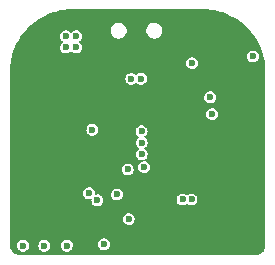
<source format=gbr>
%TF.GenerationSoftware,KiCad,Pcbnew,(6.0.9-0)*%
%TF.CreationDate,2023-01-04T12:54:03-08:00*%
%TF.ProjectId,TMC2300-BOB v1.0,544d4332-3330-4302-9d42-4f422076312e,rev?*%
%TF.SameCoordinates,Original*%
%TF.FileFunction,Copper,L2,Inr*%
%TF.FilePolarity,Positive*%
%FSLAX46Y46*%
G04 Gerber Fmt 4.6, Leading zero omitted, Abs format (unit mm)*
G04 Created by KiCad (PCBNEW (6.0.9-0)) date 2023-01-04 12:54:03*
%MOMM*%
%LPD*%
G01*
G04 APERTURE LIST*
%TA.AperFunction,ComponentPad*%
%ADD10C,0.500000*%
%TD*%
%TA.AperFunction,ViaPad*%
%ADD11C,0.600000*%
%TD*%
G04 APERTURE END LIST*
D10*
%TO.N,GND*%
%TO.C,IC1*%
X11155000Y4305000D03*
X12305000Y4305000D03*
X11155000Y5455000D03*
X12305000Y5455000D03*
%TD*%
%TO.N,GND*%
%TO.C,U2*%
X12810400Y12735800D03*
X13910400Y12735800D03*
X13910400Y14035800D03*
X12810400Y14035800D03*
%TD*%
D11*
%TO.N,GND*%
X21200000Y15450000D03*
X11600000Y17500000D03*
X17119600Y7340600D03*
X6883400Y939800D03*
X17043400Y2311400D03*
X1041400Y15214600D03*
X7300000Y16800000D03*
X1041400Y16383000D03*
X16600000Y17900000D03*
%TO.N,/+Vbat*%
X4927600Y18719800D03*
X5791200Y18719800D03*
X11340000Y8750000D03*
X10464800Y15113000D03*
X11340000Y9710000D03*
X3100000Y1000000D03*
X5000000Y1000000D03*
X15559800Y4917800D03*
X11328400Y10693400D03*
X11277600Y15138400D03*
X14797800Y4917800D03*
X4927600Y17780000D03*
X5791200Y17780000D03*
X1300000Y1000000D03*
%TO.N,/VIO\u005C~{STDBY}*%
X6883400Y5435600D03*
X10236200Y3251200D03*
X7162800Y10820400D03*
%TO.N,/EN*%
X9245600Y5334000D03*
%TO.N,/UART_RX*%
X7594600Y4836100D03*
%TO.N,/DIR*%
X11543911Y7653911D03*
%TO.N,/STEP*%
X10150000Y7450000D03*
%TO.N,/UART_TX*%
X8147178Y1130142D03*
%TO.N,/SW2*%
X15595600Y16459200D03*
%TO.N,/SW1*%
X20751800Y17018000D03*
%TO.N,/DIM*%
X17297400Y12141200D03*
%TO.N,/LSR*%
X17145000Y13563600D03*
%TD*%
%TA.AperFunction,Conductor*%
%TO.N,GND*%
G36*
X16895111Y21007410D02*
G01*
X16899129Y21007110D01*
X17234191Y20968059D01*
X17332040Y20956655D01*
X17336039Y20956020D01*
X17547302Y20913481D01*
X17763294Y20869990D01*
X17767213Y20869031D01*
X18028055Y20793638D01*
X18185900Y20748014D01*
X18189741Y20746730D01*
X18597011Y20591550D01*
X18600730Y20589954D01*
X18993794Y20401670D01*
X18997358Y20399778D01*
X19041100Y20374185D01*
X19373531Y20179679D01*
X19376939Y20177491D01*
X19733644Y19927086D01*
X19736860Y19924624D01*
X20071674Y19645613D01*
X20074675Y19642894D01*
X20385298Y19337193D01*
X20388065Y19334235D01*
X20486487Y19219893D01*
X20568412Y19124716D01*
X20672385Y19003924D01*
X20674896Y19000751D01*
X20679615Y18994252D01*
X20930968Y18648089D01*
X20933210Y18644717D01*
X20991392Y18548826D01*
X21159293Y18272101D01*
X21161240Y18268570D01*
X21175983Y18239015D01*
X21355779Y17878559D01*
X21357435Y17874864D01*
X21516072Y17477710D01*
X21519095Y17470141D01*
X21520438Y17466329D01*
X21631318Y17104482D01*
X21648132Y17049612D01*
X21649157Y17045694D01*
X21740019Y16628955D01*
X21741996Y16619886D01*
X21742694Y16615902D01*
X21795442Y16218619D01*
X21796913Y16207536D01*
X21796891Y16194476D01*
X21795156Y16181738D01*
X21796856Y16176489D01*
X21797116Y16175686D01*
X21799500Y16160589D01*
X21799500Y1028343D01*
X21798254Y1017363D01*
X21794344Y1000359D01*
X21795562Y994976D01*
X21796212Y992102D01*
X21797184Y976486D01*
X21784611Y848828D01*
X21782737Y839407D01*
X21740043Y698664D01*
X21736367Y689790D01*
X21667035Y560079D01*
X21661700Y552093D01*
X21619600Y500794D01*
X21568394Y438399D01*
X21561601Y431606D01*
X21447908Y338301D01*
X21439921Y332965D01*
X21310210Y263633D01*
X21301336Y259957D01*
X21160593Y217263D01*
X21151172Y215389D01*
X21023922Y202856D01*
X21008140Y203867D01*
X21006580Y204226D01*
X21005735Y204420D01*
X21005734Y204420D01*
X21000359Y205656D01*
X20982910Y201708D01*
X20972098Y200500D01*
X1028343Y200500D01*
X1017362Y201746D01*
X1005735Y204420D01*
X1005734Y204420D01*
X1000359Y205656D01*
X994976Y204438D01*
X992102Y203788D01*
X976486Y202816D01*
X848828Y215389D01*
X839407Y217263D01*
X698664Y259957D01*
X689790Y263633D01*
X560079Y332965D01*
X552092Y338301D01*
X438399Y431606D01*
X431606Y438399D01*
X380400Y500794D01*
X338300Y552093D01*
X332965Y560079D01*
X263633Y689790D01*
X259957Y698664D01*
X217263Y839407D01*
X215389Y848828D01*
X202877Y975868D01*
X203906Y991733D01*
X205028Y996575D01*
X205028Y996579D01*
X205655Y999282D01*
X205656Y1000000D01*
X204247Y1006177D01*
X794391Y1006177D01*
X794843Y1002720D01*
X794843Y1002717D01*
X798354Y975868D01*
X812980Y864021D01*
X870720Y732797D01*
X872966Y730125D01*
X956343Y630936D01*
X962970Y623052D01*
X1082313Y543610D01*
X1219157Y500858D01*
X1222647Y500794D01*
X1242558Y500429D01*
X1362499Y498230D01*
X1500817Y535940D01*
X1503788Y537764D01*
X1503790Y537765D01*
X1620018Y609129D01*
X1620021Y609131D01*
X1622991Y610955D01*
X1632188Y621115D01*
X1716855Y714655D01*
X1716856Y714656D01*
X1719200Y717246D01*
X1726735Y732797D01*
X1780189Y843128D01*
X1781710Y846267D01*
X1782428Y850531D01*
X1805183Y985784D01*
X1805183Y985787D01*
X1805496Y987646D01*
X1805647Y1000000D01*
X1804762Y1006177D01*
X2594391Y1006177D01*
X2594843Y1002720D01*
X2594843Y1002717D01*
X2598354Y975868D01*
X2612980Y864021D01*
X2670720Y732797D01*
X2672966Y730125D01*
X2756343Y630936D01*
X2762970Y623052D01*
X2882313Y543610D01*
X3019157Y500858D01*
X3022647Y500794D01*
X3042558Y500429D01*
X3162499Y498230D01*
X3300817Y535940D01*
X3303788Y537764D01*
X3303790Y537765D01*
X3420018Y609129D01*
X3420021Y609131D01*
X3422991Y610955D01*
X3432188Y621115D01*
X3516855Y714655D01*
X3516856Y714656D01*
X3519200Y717246D01*
X3526735Y732797D01*
X3580189Y843128D01*
X3581710Y846267D01*
X3582428Y850531D01*
X3605183Y985784D01*
X3605183Y985787D01*
X3605496Y987646D01*
X3605647Y1000000D01*
X3604762Y1006177D01*
X4494391Y1006177D01*
X4494843Y1002720D01*
X4494843Y1002717D01*
X4498354Y975868D01*
X4512980Y864021D01*
X4570720Y732797D01*
X4572966Y730125D01*
X4656343Y630936D01*
X4662970Y623052D01*
X4782313Y543610D01*
X4919157Y500858D01*
X4922647Y500794D01*
X4942558Y500429D01*
X5062499Y498230D01*
X5200817Y535940D01*
X5203788Y537764D01*
X5203790Y537765D01*
X5320018Y609129D01*
X5320021Y609131D01*
X5322991Y610955D01*
X5332188Y621115D01*
X5416855Y714655D01*
X5416856Y714656D01*
X5419200Y717246D01*
X5426735Y732797D01*
X5480189Y843128D01*
X5481710Y846267D01*
X5482428Y850531D01*
X5505183Y985784D01*
X5505183Y985787D01*
X5505496Y987646D01*
X5505647Y1000000D01*
X5486125Y1136319D01*
X7641569Y1136319D01*
X7642021Y1132862D01*
X7642021Y1132859D01*
X7659643Y998098D01*
X7660158Y994163D01*
X7717898Y862939D01*
X7810148Y753194D01*
X7929491Y673752D01*
X8066335Y631000D01*
X8069825Y630936D01*
X8089736Y630571D01*
X8209677Y628372D01*
X8347995Y666082D01*
X8350966Y667906D01*
X8350968Y667907D01*
X8467196Y739271D01*
X8467199Y739273D01*
X8470169Y741097D01*
X8479366Y751257D01*
X8564033Y844797D01*
X8564034Y844798D01*
X8566378Y847388D01*
X8573913Y862939D01*
X8627367Y973270D01*
X8628888Y976409D01*
X8630147Y983888D01*
X8652361Y1115926D01*
X8652361Y1115929D01*
X8652674Y1117788D01*
X8652825Y1130142D01*
X8632501Y1272060D01*
X8573162Y1402570D01*
X8566439Y1410373D01*
X8481858Y1508533D01*
X8479578Y1511179D01*
X8359273Y1589157D01*
X8221917Y1630235D01*
X8150859Y1630669D01*
X8082046Y1631090D01*
X8082044Y1631090D01*
X8078554Y1631111D01*
X8075199Y1630152D01*
X8075198Y1630152D01*
X7944062Y1592673D01*
X7940707Y1591714D01*
X7819458Y1515212D01*
X7724555Y1407754D01*
X7723072Y1404596D01*
X7723071Y1404594D01*
X7712011Y1381037D01*
X7663625Y1277979D01*
X7654400Y1218727D01*
X7642105Y1139765D01*
X7642105Y1139761D01*
X7641569Y1136319D01*
X5486125Y1136319D01*
X5485323Y1141918D01*
X5425984Y1272428D01*
X5419261Y1280231D01*
X5334680Y1378391D01*
X5332400Y1381037D01*
X5212095Y1459015D01*
X5074739Y1500093D01*
X5003681Y1500527D01*
X4934868Y1500948D01*
X4934866Y1500948D01*
X4931376Y1500969D01*
X4928021Y1500010D01*
X4928020Y1500010D01*
X4796884Y1462531D01*
X4793529Y1461572D01*
X4672280Y1385070D01*
X4577377Y1277612D01*
X4516447Y1147837D01*
X4511479Y1115926D01*
X4494927Y1009623D01*
X4494927Y1009619D01*
X4494391Y1006177D01*
X3604762Y1006177D01*
X3585323Y1141918D01*
X3525984Y1272428D01*
X3519261Y1280231D01*
X3434680Y1378391D01*
X3432400Y1381037D01*
X3312095Y1459015D01*
X3174739Y1500093D01*
X3103681Y1500527D01*
X3034868Y1500948D01*
X3034866Y1500948D01*
X3031376Y1500969D01*
X3028021Y1500010D01*
X3028020Y1500010D01*
X2896884Y1462531D01*
X2893529Y1461572D01*
X2772280Y1385070D01*
X2677377Y1277612D01*
X2616447Y1147837D01*
X2611479Y1115926D01*
X2594927Y1009623D01*
X2594927Y1009619D01*
X2594391Y1006177D01*
X1804762Y1006177D01*
X1785323Y1141918D01*
X1725984Y1272428D01*
X1719261Y1280231D01*
X1634680Y1378391D01*
X1632400Y1381037D01*
X1512095Y1459015D01*
X1374739Y1500093D01*
X1303681Y1500527D01*
X1234868Y1500948D01*
X1234866Y1500948D01*
X1231376Y1500969D01*
X1228021Y1500010D01*
X1228020Y1500010D01*
X1096884Y1462531D01*
X1093529Y1461572D01*
X972280Y1385070D01*
X877377Y1277612D01*
X816447Y1147837D01*
X811479Y1115926D01*
X794927Y1009623D01*
X794927Y1009619D01*
X794391Y1006177D01*
X204247Y1006177D01*
X201727Y1017224D01*
X200500Y1028122D01*
X200500Y3257377D01*
X9730591Y3257377D01*
X9731043Y3253920D01*
X9731043Y3253917D01*
X9748727Y3118683D01*
X9749180Y3115221D01*
X9806920Y2983997D01*
X9899170Y2874252D01*
X10018513Y2794810D01*
X10155357Y2752058D01*
X10158847Y2751994D01*
X10178758Y2751629D01*
X10298699Y2749430D01*
X10437017Y2787140D01*
X10439988Y2788964D01*
X10439990Y2788965D01*
X10556218Y2860329D01*
X10556221Y2860331D01*
X10559191Y2862155D01*
X10568388Y2872315D01*
X10653055Y2965855D01*
X10653056Y2965856D01*
X10655400Y2968446D01*
X10662935Y2983997D01*
X10716389Y3094328D01*
X10717910Y3097467D01*
X10720360Y3112026D01*
X10741383Y3236984D01*
X10741383Y3236987D01*
X10741696Y3238846D01*
X10741847Y3251200D01*
X10721523Y3393118D01*
X10662184Y3523628D01*
X10655461Y3531431D01*
X10570880Y3629591D01*
X10568600Y3632237D01*
X10448295Y3710215D01*
X10310939Y3751293D01*
X10239881Y3751727D01*
X10171068Y3752148D01*
X10171066Y3752148D01*
X10167576Y3752169D01*
X10164221Y3751210D01*
X10164220Y3751210D01*
X10033084Y3713731D01*
X10029729Y3712772D01*
X9908480Y3636270D01*
X9813577Y3528812D01*
X9752647Y3399037D01*
X9743422Y3339785D01*
X9731127Y3260823D01*
X9731127Y3260819D01*
X9730591Y3257377D01*
X200500Y3257377D01*
X200500Y5441777D01*
X6377791Y5441777D01*
X6378243Y5438320D01*
X6378243Y5438317D01*
X6395927Y5303083D01*
X6396380Y5299621D01*
X6454120Y5168397D01*
X6456366Y5165725D01*
X6542803Y5062896D01*
X6546370Y5058652D01*
X6665713Y4979210D01*
X6802557Y4936458D01*
X6806047Y4936394D01*
X6825958Y4936029D01*
X6945899Y4933830D01*
X7037285Y4958745D01*
X7074487Y4954012D01*
X7097448Y4924359D01*
X7098590Y4903932D01*
X7089527Y4845723D01*
X7089527Y4845719D01*
X7088991Y4842277D01*
X7089443Y4838820D01*
X7089443Y4838817D01*
X7107127Y4703583D01*
X7107580Y4700121D01*
X7165320Y4568897D01*
X7167566Y4566225D01*
X7254045Y4463346D01*
X7257570Y4459152D01*
X7376913Y4379710D01*
X7513757Y4336958D01*
X7517247Y4336894D01*
X7537158Y4336529D01*
X7657099Y4334330D01*
X7795417Y4372040D01*
X7798388Y4373864D01*
X7798390Y4373865D01*
X7914618Y4445229D01*
X7914621Y4445231D01*
X7917591Y4447055D01*
X7926788Y4457215D01*
X8011455Y4550755D01*
X8011456Y4550756D01*
X8013800Y4553346D01*
X8021335Y4568897D01*
X8074789Y4679228D01*
X8076310Y4682367D01*
X8078760Y4696926D01*
X8099783Y4821884D01*
X8099783Y4821887D01*
X8100096Y4823746D01*
X8100200Y4832230D01*
X8100224Y4834198D01*
X8100224Y4834201D01*
X8100247Y4836100D01*
X8079923Y4978018D01*
X8020584Y5108528D01*
X7966244Y5171593D01*
X7929280Y5214491D01*
X7927000Y5217137D01*
X7806695Y5295115D01*
X7669339Y5336193D01*
X7598281Y5336627D01*
X7529468Y5337048D01*
X7529466Y5337048D01*
X7525976Y5337069D01*
X7522621Y5336110D01*
X7522620Y5336110D01*
X7441411Y5312900D01*
X7404153Y5317178D01*
X7385891Y5340177D01*
X8739991Y5340177D01*
X8740443Y5336720D01*
X8740443Y5336717D01*
X8752765Y5242488D01*
X8758580Y5198021D01*
X8816320Y5066797D01*
X8818566Y5064125D01*
X8896392Y4971540D01*
X8908570Y4957052D01*
X9027913Y4877610D01*
X9164757Y4834858D01*
X9168247Y4834794D01*
X9188158Y4834429D01*
X9308099Y4832230D01*
X9446417Y4869940D01*
X9449388Y4871764D01*
X9449390Y4871765D01*
X9534426Y4923977D01*
X14292191Y4923977D01*
X14292643Y4920520D01*
X14292643Y4920517D01*
X14305541Y4821884D01*
X14310780Y4781821D01*
X14368520Y4650597D01*
X14370766Y4647925D01*
X14452446Y4550755D01*
X14460770Y4540852D01*
X14580113Y4461410D01*
X14583445Y4460369D01*
X14593541Y4457215D01*
X14716957Y4418658D01*
X14720447Y4418594D01*
X14740358Y4418229D01*
X14860299Y4416030D01*
X14998617Y4453740D01*
X15001588Y4455564D01*
X15001590Y4455565D01*
X15117817Y4526929D01*
X15120791Y4528755D01*
X15129988Y4538915D01*
X15141245Y4551352D01*
X15175137Y4567408D01*
X15210456Y4554797D01*
X15215082Y4549998D01*
X15222770Y4540852D01*
X15342113Y4461410D01*
X15345445Y4460369D01*
X15355541Y4457215D01*
X15478957Y4418658D01*
X15482447Y4418594D01*
X15502358Y4418229D01*
X15622299Y4416030D01*
X15760617Y4453740D01*
X15763588Y4455564D01*
X15763590Y4455565D01*
X15879818Y4526929D01*
X15879821Y4526931D01*
X15882791Y4528755D01*
X15891988Y4538915D01*
X15976655Y4632455D01*
X15976656Y4632456D01*
X15979000Y4635046D01*
X15986535Y4650597D01*
X16039989Y4760928D01*
X16041510Y4764067D01*
X16043960Y4778626D01*
X16064983Y4903584D01*
X16064983Y4903587D01*
X16065296Y4905446D01*
X16065447Y4917800D01*
X16045123Y5059718D01*
X15985784Y5190228D01*
X15979061Y5198031D01*
X15894480Y5296191D01*
X15892200Y5298837D01*
X15771895Y5376815D01*
X15634539Y5417893D01*
X15563481Y5418327D01*
X15494668Y5418748D01*
X15494666Y5418748D01*
X15491176Y5418769D01*
X15487821Y5417810D01*
X15487820Y5417810D01*
X15356684Y5380331D01*
X15353329Y5379372D01*
X15232080Y5302870D01*
X15215935Y5284589D01*
X15182244Y5268120D01*
X15146773Y5280298D01*
X15142089Y5285040D01*
X15132481Y5296190D01*
X15132480Y5296191D01*
X15130200Y5298837D01*
X15009895Y5376815D01*
X14872539Y5417893D01*
X14801481Y5418327D01*
X14732668Y5418748D01*
X14732666Y5418748D01*
X14729176Y5418769D01*
X14725821Y5417810D01*
X14725820Y5417810D01*
X14594684Y5380331D01*
X14591329Y5379372D01*
X14470080Y5302870D01*
X14375177Y5195412D01*
X14373694Y5192254D01*
X14373693Y5192252D01*
X14363994Y5171593D01*
X14314247Y5065637D01*
X14311603Y5048655D01*
X14292727Y4927423D01*
X14292727Y4927419D01*
X14292191Y4923977D01*
X9534426Y4923977D01*
X9565618Y4943129D01*
X9565621Y4943131D01*
X9568591Y4944955D01*
X9577788Y4955115D01*
X9662455Y5048655D01*
X9662456Y5048656D01*
X9664800Y5051246D01*
X9670445Y5062896D01*
X9725789Y5177128D01*
X9727310Y5180267D01*
X9728452Y5187051D01*
X9750783Y5319784D01*
X9750783Y5319787D01*
X9751096Y5321646D01*
X9751247Y5334000D01*
X9730923Y5475918D01*
X9671584Y5606428D01*
X9664861Y5614231D01*
X9580280Y5712391D01*
X9578000Y5715037D01*
X9457695Y5793015D01*
X9320339Y5834093D01*
X9249281Y5834527D01*
X9180468Y5834948D01*
X9180466Y5834948D01*
X9176976Y5834969D01*
X9173621Y5834010D01*
X9173620Y5834010D01*
X9042484Y5796531D01*
X9039129Y5795572D01*
X8917880Y5719070D01*
X8822977Y5611612D01*
X8821494Y5608454D01*
X8821493Y5608452D01*
X8786687Y5534317D01*
X8762047Y5481837D01*
X8756346Y5445223D01*
X8740527Y5343623D01*
X8740527Y5343619D01*
X8739991Y5340177D01*
X7385891Y5340177D01*
X7380832Y5346549D01*
X7379625Y5368144D01*
X7380765Y5374915D01*
X7388896Y5423246D01*
X7389047Y5435600D01*
X7368723Y5577518D01*
X7309384Y5708028D01*
X7302661Y5715831D01*
X7218080Y5813991D01*
X7215800Y5816637D01*
X7095495Y5894615D01*
X6958139Y5935693D01*
X6887081Y5936127D01*
X6818268Y5936548D01*
X6818266Y5936548D01*
X6814776Y5936569D01*
X6811421Y5935610D01*
X6811420Y5935610D01*
X6680284Y5898131D01*
X6676929Y5897172D01*
X6555680Y5820670D01*
X6460777Y5713212D01*
X6399847Y5583437D01*
X6390622Y5524185D01*
X6378327Y5445223D01*
X6378327Y5445219D01*
X6377791Y5441777D01*
X200500Y5441777D01*
X200500Y7456177D01*
X9644391Y7456177D01*
X9644843Y7452720D01*
X9644843Y7452717D01*
X9655847Y7368566D01*
X9662980Y7314021D01*
X9720720Y7182797D01*
X9812970Y7073052D01*
X9932313Y6993610D01*
X10069157Y6950858D01*
X10072647Y6950794D01*
X10092558Y6950429D01*
X10212499Y6948230D01*
X10350817Y6985940D01*
X10353788Y6987764D01*
X10353790Y6987765D01*
X10470018Y7059129D01*
X10470021Y7059131D01*
X10472991Y7060955D01*
X10482188Y7071115D01*
X10566855Y7164655D01*
X10566856Y7164656D01*
X10569200Y7167246D01*
X10576735Y7182797D01*
X10630189Y7293128D01*
X10631710Y7296267D01*
X10634160Y7310826D01*
X10655183Y7435784D01*
X10655183Y7435787D01*
X10655496Y7437646D01*
X10655647Y7450000D01*
X10635323Y7591918D01*
X10604328Y7660088D01*
X11038302Y7660088D01*
X11038754Y7656631D01*
X11038754Y7656628D01*
X11047216Y7591918D01*
X11056891Y7517932D01*
X11114631Y7386708D01*
X11116877Y7384036D01*
X11187764Y7299706D01*
X11206881Y7276963D01*
X11326224Y7197521D01*
X11463068Y7154769D01*
X11466558Y7154705D01*
X11486469Y7154340D01*
X11606410Y7152141D01*
X11744728Y7189851D01*
X11747699Y7191675D01*
X11747701Y7191676D01*
X11863929Y7263040D01*
X11863932Y7263042D01*
X11866902Y7264866D01*
X11876099Y7275026D01*
X11960766Y7368566D01*
X11960767Y7368567D01*
X11963111Y7371157D01*
X11970646Y7386708D01*
X12024100Y7497039D01*
X12025621Y7500178D01*
X12028071Y7514737D01*
X12049094Y7639695D01*
X12049094Y7639698D01*
X12049407Y7641557D01*
X12049558Y7653911D01*
X12029234Y7795829D01*
X11969895Y7926339D01*
X11963172Y7934142D01*
X11878591Y8032302D01*
X11876311Y8034948D01*
X11756006Y8112926D01*
X11618650Y8154004D01*
X11547592Y8154438D01*
X11478779Y8154859D01*
X11478777Y8154859D01*
X11475287Y8154880D01*
X11471932Y8153921D01*
X11471931Y8153921D01*
X11340795Y8116442D01*
X11337440Y8115483D01*
X11216191Y8038981D01*
X11121288Y7931523D01*
X11119805Y7928365D01*
X11119804Y7928363D01*
X11110720Y7909015D01*
X11060358Y7801748D01*
X11051133Y7742496D01*
X11038838Y7663534D01*
X11038838Y7663530D01*
X11038302Y7660088D01*
X10604328Y7660088D01*
X10575984Y7722428D01*
X10569261Y7730231D01*
X10484680Y7828391D01*
X10482400Y7831037D01*
X10362095Y7909015D01*
X10224739Y7950093D01*
X10153681Y7950527D01*
X10084868Y7950948D01*
X10084866Y7950948D01*
X10081376Y7950969D01*
X10078021Y7950010D01*
X10078020Y7950010D01*
X9984081Y7923162D01*
X9943529Y7911572D01*
X9822280Y7835070D01*
X9727377Y7727612D01*
X9666447Y7597837D01*
X9657222Y7538585D01*
X9644927Y7459623D01*
X9644927Y7459619D01*
X9644391Y7456177D01*
X200500Y7456177D01*
X200500Y10826577D01*
X6657191Y10826577D01*
X6657643Y10823120D01*
X6657643Y10823117D01*
X6675327Y10687883D01*
X6675780Y10684421D01*
X6733520Y10553197D01*
X6825770Y10443452D01*
X6945113Y10364010D01*
X7081957Y10321258D01*
X7085447Y10321194D01*
X7105358Y10320829D01*
X7225299Y10318630D01*
X7363617Y10356340D01*
X7366588Y10358164D01*
X7366590Y10358165D01*
X7482818Y10429529D01*
X7482821Y10429531D01*
X7485791Y10431355D01*
X7494988Y10441515D01*
X7579655Y10535055D01*
X7579656Y10535056D01*
X7582000Y10537646D01*
X7584646Y10543106D01*
X7642989Y10663528D01*
X7644510Y10666667D01*
X7646930Y10681046D01*
X7650048Y10699577D01*
X10822791Y10699577D01*
X10823243Y10696120D01*
X10823243Y10696117D01*
X10827094Y10666667D01*
X10841380Y10557421D01*
X10899120Y10426197D01*
X10901366Y10423525D01*
X10958612Y10355423D01*
X10991370Y10316452D01*
X11109354Y10237914D01*
X11130244Y10206769D01*
X11122991Y10169974D01*
X11108349Y10155685D01*
X11012280Y10095070D01*
X10917377Y9987612D01*
X10856447Y9857837D01*
X10847222Y9798585D01*
X10834927Y9719623D01*
X10834927Y9719619D01*
X10834391Y9716177D01*
X10834843Y9712720D01*
X10834843Y9712717D01*
X10852527Y9577483D01*
X10852980Y9574021D01*
X10910720Y9442797D01*
X11002970Y9333052D01*
X11005880Y9331115D01*
X11097262Y9270285D01*
X11118152Y9239139D01*
X11110899Y9202344D01*
X11096258Y9188056D01*
X11012280Y9135070D01*
X10917377Y9027612D01*
X10856447Y8897837D01*
X10847222Y8838585D01*
X10834927Y8759623D01*
X10834927Y8759619D01*
X10834391Y8756177D01*
X10834843Y8752720D01*
X10834843Y8752717D01*
X10852527Y8617483D01*
X10852980Y8614021D01*
X10910720Y8482797D01*
X11002970Y8373052D01*
X11122313Y8293610D01*
X11259157Y8250858D01*
X11262647Y8250794D01*
X11282558Y8250429D01*
X11402499Y8248230D01*
X11540817Y8285940D01*
X11543788Y8287764D01*
X11543790Y8287765D01*
X11660018Y8359129D01*
X11660021Y8359131D01*
X11662991Y8360955D01*
X11672188Y8371115D01*
X11756855Y8464655D01*
X11756856Y8464656D01*
X11759200Y8467246D01*
X11766735Y8482797D01*
X11820189Y8593128D01*
X11821710Y8596267D01*
X11824160Y8610826D01*
X11845183Y8735784D01*
X11845183Y8735787D01*
X11845496Y8737646D01*
X11845647Y8750000D01*
X11825323Y8891918D01*
X11765984Y9022428D01*
X11759261Y9030231D01*
X11674680Y9128391D01*
X11672400Y9131037D01*
X11582522Y9189293D01*
X11561253Y9220182D01*
X11568055Y9257062D01*
X11583534Y9272168D01*
X11660018Y9319129D01*
X11660021Y9319131D01*
X11662991Y9320955D01*
X11672188Y9331115D01*
X11756855Y9424655D01*
X11756856Y9424656D01*
X11759200Y9427246D01*
X11766735Y9442797D01*
X11820189Y9553128D01*
X11821710Y9556267D01*
X11824160Y9570826D01*
X11845183Y9695784D01*
X11845183Y9695787D01*
X11845496Y9697646D01*
X11845647Y9710000D01*
X11825323Y9851918D01*
X11765984Y9982428D01*
X11759261Y9990231D01*
X11674680Y10088391D01*
X11672400Y10091037D01*
X11558337Y10164969D01*
X11537070Y10195857D01*
X11543872Y10232738D01*
X11559349Y10247841D01*
X11607764Y10277568D01*
X11648418Y10302529D01*
X11648421Y10302531D01*
X11651391Y10304355D01*
X11660588Y10314515D01*
X11745255Y10408055D01*
X11745256Y10408056D01*
X11747600Y10410646D01*
X11755135Y10426197D01*
X11783422Y10484583D01*
X11810110Y10539667D01*
X11812387Y10553197D01*
X11833583Y10679184D01*
X11833583Y10679187D01*
X11833896Y10681046D01*
X11834047Y10693400D01*
X11813723Y10835318D01*
X11754384Y10965828D01*
X11747661Y10973631D01*
X11663080Y11071791D01*
X11660800Y11074437D01*
X11540495Y11152415D01*
X11403139Y11193493D01*
X11332081Y11193927D01*
X11263268Y11194348D01*
X11263266Y11194348D01*
X11259776Y11194369D01*
X11256421Y11193410D01*
X11256420Y11193410D01*
X11125284Y11155931D01*
X11121929Y11154972D01*
X11000680Y11078470D01*
X10905777Y10971012D01*
X10904294Y10967854D01*
X10904293Y10967852D01*
X10901851Y10962651D01*
X10844847Y10841237D01*
X10835622Y10781985D01*
X10823327Y10703023D01*
X10823327Y10703019D01*
X10822791Y10699577D01*
X7650048Y10699577D01*
X7667983Y10806184D01*
X7667983Y10806187D01*
X7668296Y10808046D01*
X7668447Y10820400D01*
X7648123Y10962318D01*
X7588784Y11092828D01*
X7582061Y11100631D01*
X7497480Y11198791D01*
X7495200Y11201437D01*
X7374895Y11279415D01*
X7237539Y11320493D01*
X7166481Y11320927D01*
X7097668Y11321348D01*
X7097666Y11321348D01*
X7094176Y11321369D01*
X7090821Y11320410D01*
X7090820Y11320410D01*
X6959684Y11282931D01*
X6956329Y11281972D01*
X6835080Y11205470D01*
X6740177Y11098012D01*
X6738694Y11094854D01*
X6738693Y11094852D01*
X6729108Y11074437D01*
X6679247Y10968237D01*
X6670022Y10908985D01*
X6657727Y10830023D01*
X6657727Y10830019D01*
X6657191Y10826577D01*
X200500Y10826577D01*
X200500Y12147377D01*
X16791791Y12147377D01*
X16792243Y12143920D01*
X16792243Y12143917D01*
X16809927Y12008683D01*
X16810380Y12005221D01*
X16868120Y11873997D01*
X16960370Y11764252D01*
X17079713Y11684810D01*
X17216557Y11642058D01*
X17220047Y11641994D01*
X17239958Y11641629D01*
X17359899Y11639430D01*
X17498217Y11677140D01*
X17501188Y11678964D01*
X17501190Y11678965D01*
X17617418Y11750329D01*
X17617421Y11750331D01*
X17620391Y11752155D01*
X17629588Y11762315D01*
X17714255Y11855855D01*
X17714256Y11855856D01*
X17716600Y11858446D01*
X17724135Y11873997D01*
X17777589Y11984328D01*
X17779110Y11987467D01*
X17781560Y12002026D01*
X17802583Y12126984D01*
X17802583Y12126987D01*
X17802896Y12128846D01*
X17803047Y12141200D01*
X17782723Y12283118D01*
X17723384Y12413628D01*
X17716661Y12421431D01*
X17632080Y12519591D01*
X17629800Y12522237D01*
X17509495Y12600215D01*
X17372139Y12641293D01*
X17301081Y12641727D01*
X17232268Y12642148D01*
X17232266Y12642148D01*
X17228776Y12642169D01*
X17225421Y12641210D01*
X17225420Y12641210D01*
X17094284Y12603731D01*
X17090929Y12602772D01*
X16969680Y12526270D01*
X16874777Y12418812D01*
X16813847Y12289037D01*
X16804622Y12229785D01*
X16792327Y12150823D01*
X16792327Y12150819D01*
X16791791Y12147377D01*
X200500Y12147377D01*
X200500Y13569777D01*
X16639391Y13569777D01*
X16639843Y13566320D01*
X16639843Y13566317D01*
X16657527Y13431083D01*
X16657980Y13427621D01*
X16715720Y13296397D01*
X16807970Y13186652D01*
X16927313Y13107210D01*
X17064157Y13064458D01*
X17067647Y13064394D01*
X17087558Y13064029D01*
X17207499Y13061830D01*
X17345817Y13099540D01*
X17348788Y13101364D01*
X17348790Y13101365D01*
X17465018Y13172729D01*
X17465021Y13172731D01*
X17467991Y13174555D01*
X17477188Y13184715D01*
X17561855Y13278255D01*
X17561856Y13278256D01*
X17564200Y13280846D01*
X17571735Y13296397D01*
X17625189Y13406728D01*
X17626710Y13409867D01*
X17629160Y13424426D01*
X17650183Y13549384D01*
X17650183Y13549387D01*
X17650496Y13551246D01*
X17650647Y13563600D01*
X17630323Y13705518D01*
X17570984Y13836028D01*
X17564261Y13843831D01*
X17479680Y13941991D01*
X17477400Y13944637D01*
X17357095Y14022615D01*
X17219739Y14063693D01*
X17148681Y14064127D01*
X17079868Y14064548D01*
X17079866Y14064548D01*
X17076376Y14064569D01*
X17073021Y14063610D01*
X17073020Y14063610D01*
X16941884Y14026131D01*
X16938529Y14025172D01*
X16817280Y13948670D01*
X16722377Y13841212D01*
X16661447Y13711437D01*
X16652222Y13652185D01*
X16639927Y13573223D01*
X16639927Y13573219D01*
X16639391Y13569777D01*
X200500Y13569777D01*
X200500Y15119177D01*
X9959191Y15119177D01*
X9959643Y15115720D01*
X9959643Y15115717D01*
X9977327Y14980483D01*
X9977780Y14977021D01*
X10035520Y14845797D01*
X10037766Y14843125D01*
X10118123Y14747529D01*
X10127770Y14736052D01*
X10247113Y14656610D01*
X10250445Y14655569D01*
X10308131Y14637547D01*
X10383957Y14613858D01*
X10387447Y14613794D01*
X10407358Y14613429D01*
X10527299Y14611230D01*
X10665617Y14648940D01*
X10668588Y14650764D01*
X10668590Y14650765D01*
X10784818Y14722129D01*
X10784821Y14722131D01*
X10787791Y14723955D01*
X10796988Y14734115D01*
X10831500Y14772244D01*
X10845654Y14787882D01*
X10879545Y14803939D01*
X10914864Y14791328D01*
X10919488Y14786532D01*
X10940570Y14761452D01*
X11059913Y14682010D01*
X11196757Y14639258D01*
X11200247Y14639194D01*
X11220158Y14638829D01*
X11340099Y14636630D01*
X11478417Y14674340D01*
X11481388Y14676164D01*
X11481390Y14676165D01*
X11597618Y14747529D01*
X11597621Y14747531D01*
X11600591Y14749355D01*
X11609788Y14759515D01*
X11694455Y14853055D01*
X11694456Y14853056D01*
X11696800Y14855646D01*
X11759310Y14984667D01*
X11781941Y15119177D01*
X11782783Y15124184D01*
X11782783Y15124187D01*
X11783096Y15126046D01*
X11783247Y15138400D01*
X11762923Y15280318D01*
X11703584Y15410828D01*
X11661869Y15459241D01*
X11612280Y15516791D01*
X11610000Y15519437D01*
X11489695Y15597415D01*
X11352339Y15638493D01*
X11281281Y15638927D01*
X11212468Y15639348D01*
X11212466Y15639348D01*
X11208976Y15639369D01*
X11205621Y15638410D01*
X11205620Y15638410D01*
X11113539Y15612093D01*
X11071129Y15599972D01*
X10949880Y15523470D01*
X10923886Y15494037D01*
X10896945Y15463532D01*
X10863252Y15447062D01*
X10827782Y15459241D01*
X10823098Y15463982D01*
X10799481Y15491391D01*
X10799477Y15491395D01*
X10797200Y15494037D01*
X10676895Y15572015D01*
X10539539Y15613093D01*
X10468481Y15613527D01*
X10399668Y15613948D01*
X10399666Y15613948D01*
X10396176Y15613969D01*
X10392821Y15613010D01*
X10392820Y15613010D01*
X10261684Y15575531D01*
X10258329Y15574572D01*
X10137080Y15498070D01*
X10042177Y15390612D01*
X9981247Y15260837D01*
X9980711Y15257392D01*
X9959727Y15122623D01*
X9959727Y15122619D01*
X9959191Y15119177D01*
X200500Y15119177D01*
X200500Y16160142D01*
X202935Y16175398D01*
X204779Y16181023D01*
X203029Y16194213D01*
X203030Y16207102D01*
X237321Y16465377D01*
X15089991Y16465377D01*
X15090443Y16461920D01*
X15090443Y16461917D01*
X15108127Y16326683D01*
X15108580Y16323221D01*
X15166320Y16191997D01*
X15168566Y16189325D01*
X15174944Y16181738D01*
X15258570Y16082252D01*
X15377913Y16002810D01*
X15514757Y15960058D01*
X15518247Y15959994D01*
X15538158Y15959629D01*
X15658099Y15957430D01*
X15796417Y15995140D01*
X15799388Y15996964D01*
X15799390Y15996965D01*
X15915618Y16068329D01*
X15915621Y16068331D01*
X15918591Y16070155D01*
X15927788Y16080315D01*
X16012455Y16173855D01*
X16012456Y16173856D01*
X16014800Y16176446D01*
X16022335Y16191997D01*
X16075789Y16302328D01*
X16077310Y16305467D01*
X16079760Y16320026D01*
X16100783Y16444984D01*
X16100783Y16444987D01*
X16101096Y16446846D01*
X16101247Y16459200D01*
X16080923Y16601118D01*
X16021584Y16731628D01*
X16015759Y16738389D01*
X15930280Y16837591D01*
X15928000Y16840237D01*
X15807695Y16918215D01*
X15670339Y16959293D01*
X15599281Y16959727D01*
X15530468Y16960148D01*
X15530466Y16960148D01*
X15526976Y16960169D01*
X15523621Y16959210D01*
X15523620Y16959210D01*
X15392484Y16921731D01*
X15389129Y16920772D01*
X15267880Y16844270D01*
X15172977Y16736812D01*
X15112047Y16607037D01*
X15105276Y16563546D01*
X15090527Y16468823D01*
X15090527Y16468819D01*
X15089991Y16465377D01*
X237321Y16465377D01*
X249959Y16560569D01*
X257306Y16615902D01*
X258004Y16619886D01*
X259982Y16628955D01*
X346152Y17024177D01*
X20246191Y17024177D01*
X20246643Y17020720D01*
X20246643Y17020717D01*
X20264327Y16885483D01*
X20264780Y16882021D01*
X20322520Y16750797D01*
X20324766Y16748125D01*
X20334276Y16736812D01*
X20414770Y16641052D01*
X20534113Y16561610D01*
X20670957Y16518858D01*
X20674447Y16518794D01*
X20694358Y16518429D01*
X20814299Y16516230D01*
X20952617Y16553940D01*
X20955588Y16555764D01*
X20955590Y16555765D01*
X21071818Y16627129D01*
X21071821Y16627131D01*
X21074791Y16628955D01*
X21083988Y16639115D01*
X21168655Y16732655D01*
X21168656Y16732656D01*
X21171000Y16735246D01*
X21178535Y16750797D01*
X21220586Y16837591D01*
X21233510Y16864267D01*
X21235960Y16878826D01*
X21256983Y17003784D01*
X21256983Y17003787D01*
X21257296Y17005646D01*
X21257447Y17018000D01*
X21237123Y17159918D01*
X21177784Y17290428D01*
X21171061Y17298231D01*
X21086480Y17396391D01*
X21084200Y17399037D01*
X20963895Y17477015D01*
X20826539Y17518093D01*
X20755481Y17518527D01*
X20686668Y17518948D01*
X20686666Y17518948D01*
X20683176Y17518969D01*
X20679821Y17518010D01*
X20679820Y17518010D01*
X20598103Y17494655D01*
X20545329Y17479572D01*
X20424080Y17403070D01*
X20329177Y17295612D01*
X20327694Y17292454D01*
X20327693Y17292452D01*
X20321046Y17278294D01*
X20268247Y17165837D01*
X20259022Y17106585D01*
X20246727Y17027623D01*
X20246727Y17027619D01*
X20246191Y17024177D01*
X346152Y17024177D01*
X350843Y17045694D01*
X351868Y17049612D01*
X368682Y17104482D01*
X479562Y17466329D01*
X480905Y17470141D01*
X483929Y17477710D01*
X607141Y17786177D01*
X4421991Y17786177D01*
X4422443Y17782720D01*
X4422443Y17782717D01*
X4440127Y17647483D01*
X4440580Y17644021D01*
X4498320Y17512797D01*
X4500566Y17510125D01*
X4532823Y17471751D01*
X4590570Y17403052D01*
X4709913Y17323610D01*
X4846757Y17280858D01*
X4850247Y17280794D01*
X4870158Y17280429D01*
X4990099Y17278230D01*
X5128417Y17315940D01*
X5131388Y17317764D01*
X5131390Y17317765D01*
X5247618Y17389129D01*
X5247621Y17389131D01*
X5250591Y17390955D01*
X5255512Y17396391D01*
X5322266Y17470141D01*
X5323723Y17471751D01*
X5357614Y17487808D01*
X5392933Y17475197D01*
X5397560Y17470398D01*
X5454170Y17403052D01*
X5573513Y17323610D01*
X5710357Y17280858D01*
X5713847Y17280794D01*
X5733758Y17280429D01*
X5853699Y17278230D01*
X5992017Y17315940D01*
X5994988Y17317764D01*
X5994990Y17317765D01*
X6111218Y17389129D01*
X6111221Y17389131D01*
X6114191Y17390955D01*
X6119112Y17396391D01*
X6208055Y17494655D01*
X6208056Y17494656D01*
X6210400Y17497246D01*
X6217935Y17512797D01*
X6271389Y17623128D01*
X6272910Y17626267D01*
X6275360Y17640826D01*
X6296383Y17765784D01*
X6296383Y17765787D01*
X6296696Y17767646D01*
X6296847Y17780000D01*
X6276523Y17921918D01*
X6217184Y18052428D01*
X6210461Y18060231D01*
X6125880Y18158391D01*
X6123600Y18161037D01*
X6049724Y18208921D01*
X6028457Y18239809D01*
X6035259Y18276690D01*
X6050738Y18291795D01*
X6111218Y18328929D01*
X6111221Y18328931D01*
X6114191Y18330755D01*
X6123388Y18340915D01*
X6208055Y18434455D01*
X6208056Y18434456D01*
X6210400Y18437046D01*
X6217935Y18452597D01*
X6271389Y18562928D01*
X6272910Y18566067D01*
X6275360Y18580626D01*
X6296383Y18705584D01*
X6296383Y18705587D01*
X6296696Y18707446D01*
X6296847Y18719800D01*
X6276523Y18861718D01*
X6217184Y18992228D01*
X6210461Y19000031D01*
X6125880Y19098191D01*
X6123600Y19100837D01*
X6075845Y19131790D01*
X8724049Y19131790D01*
X8724738Y19128921D01*
X8724738Y19128919D01*
X8748880Y19028360D01*
X8762216Y18972810D01*
X8837204Y18827524D01*
X8839141Y18825304D01*
X8839142Y18825302D01*
X8941955Y18707446D01*
X8944683Y18704319D01*
X8947098Y18702621D01*
X8947100Y18702620D01*
X9011565Y18657313D01*
X9078448Y18610307D01*
X9081196Y18609236D01*
X9081199Y18609234D01*
X9191918Y18566067D01*
X9230776Y18550917D01*
X9355473Y18534500D01*
X9440996Y18534500D01*
X9562313Y18549181D01*
X9569744Y18551989D01*
X9712490Y18605928D01*
X9712491Y18605929D01*
X9715255Y18606973D01*
X9849997Y18699579D01*
X9851962Y18701784D01*
X9851965Y18701787D01*
X9956792Y18819443D01*
X9956793Y18819444D01*
X9958760Y18821652D01*
X10035265Y18966145D01*
X10036280Y18970183D01*
X10070110Y19104870D01*
X10075095Y19124716D01*
X10075132Y19131790D01*
X11724049Y19131790D01*
X11724738Y19128921D01*
X11724738Y19128919D01*
X11748880Y19028360D01*
X11762216Y18972810D01*
X11837204Y18827524D01*
X11839141Y18825304D01*
X11839142Y18825302D01*
X11941955Y18707446D01*
X11944683Y18704319D01*
X11947098Y18702621D01*
X11947100Y18702620D01*
X12011565Y18657313D01*
X12078448Y18610307D01*
X12081196Y18609236D01*
X12081199Y18609234D01*
X12191918Y18566067D01*
X12230776Y18550917D01*
X12355473Y18534500D01*
X12440996Y18534500D01*
X12562313Y18549181D01*
X12569744Y18551989D01*
X12712490Y18605928D01*
X12712491Y18605929D01*
X12715255Y18606973D01*
X12849997Y18699579D01*
X12851962Y18701784D01*
X12851965Y18701787D01*
X12956792Y18819443D01*
X12956793Y18819444D01*
X12958760Y18821652D01*
X13035265Y18966145D01*
X13036280Y18970183D01*
X13070110Y19104870D01*
X13075095Y19124716D01*
X13075593Y19219893D01*
X13075936Y19285256D01*
X13075936Y19285260D01*
X13075951Y19288210D01*
X13074963Y19292328D01*
X13038474Y19444316D01*
X13037784Y19447190D01*
X12962796Y19592476D01*
X12959952Y19595737D01*
X12857258Y19713456D01*
X12855317Y19715681D01*
X12851715Y19718213D01*
X12723969Y19807994D01*
X12721552Y19809693D01*
X12718804Y19810764D01*
X12718801Y19810766D01*
X12571974Y19868011D01*
X12571973Y19868011D01*
X12569224Y19869083D01*
X12444527Y19885500D01*
X12359004Y19885500D01*
X12237687Y19870819D01*
X12234924Y19869775D01*
X12087510Y19814072D01*
X12087509Y19814071D01*
X12084745Y19813027D01*
X11950003Y19720421D01*
X11948038Y19718216D01*
X11948035Y19718213D01*
X11880929Y19642894D01*
X11841240Y19598348D01*
X11764735Y19453855D01*
X11764017Y19450997D01*
X11764016Y19450994D01*
X11763061Y19447190D01*
X11724905Y19295284D01*
X11724515Y19220769D01*
X11724309Y19181372D01*
X11724049Y19131790D01*
X10075132Y19131790D01*
X10075593Y19219893D01*
X10075936Y19285256D01*
X10075936Y19285260D01*
X10075951Y19288210D01*
X10074963Y19292328D01*
X10038474Y19444316D01*
X10037784Y19447190D01*
X9962796Y19592476D01*
X9959952Y19595737D01*
X9857258Y19713456D01*
X9855317Y19715681D01*
X9851715Y19718213D01*
X9723969Y19807994D01*
X9721552Y19809693D01*
X9718804Y19810764D01*
X9718801Y19810766D01*
X9571974Y19868011D01*
X9571973Y19868011D01*
X9569224Y19869083D01*
X9444527Y19885500D01*
X9359004Y19885500D01*
X9237687Y19870819D01*
X9234924Y19869775D01*
X9087510Y19814072D01*
X9087509Y19814071D01*
X9084745Y19813027D01*
X8950003Y19720421D01*
X8948038Y19718216D01*
X8948035Y19718213D01*
X8880929Y19642894D01*
X8841240Y19598348D01*
X8764735Y19453855D01*
X8764017Y19450997D01*
X8764016Y19450994D01*
X8763061Y19447190D01*
X8724905Y19295284D01*
X8724515Y19220769D01*
X8724309Y19181372D01*
X8724049Y19131790D01*
X6075845Y19131790D01*
X6003295Y19178815D01*
X5865939Y19219893D01*
X5794881Y19220327D01*
X5726068Y19220748D01*
X5726066Y19220748D01*
X5722576Y19220769D01*
X5719221Y19219810D01*
X5719220Y19219810D01*
X5588084Y19182331D01*
X5584729Y19181372D01*
X5463480Y19104870D01*
X5395909Y19028359D01*
X5362218Y19011890D01*
X5326747Y19024069D01*
X5322062Y19028811D01*
X5262280Y19098191D01*
X5260000Y19100837D01*
X5139695Y19178815D01*
X5002339Y19219893D01*
X4931281Y19220327D01*
X4862468Y19220748D01*
X4862466Y19220748D01*
X4858976Y19220769D01*
X4855621Y19219810D01*
X4855620Y19219810D01*
X4724484Y19182331D01*
X4721129Y19181372D01*
X4599880Y19104870D01*
X4504977Y18997412D01*
X4503494Y18994254D01*
X4503493Y18994252D01*
X4493426Y18972810D01*
X4444047Y18867637D01*
X4438210Y18830145D01*
X4422527Y18729423D01*
X4422527Y18729419D01*
X4421991Y18725977D01*
X4422443Y18722520D01*
X4422443Y18722517D01*
X4437689Y18605928D01*
X4440580Y18583821D01*
X4498320Y18452597D01*
X4500566Y18449925D01*
X4532823Y18411551D01*
X4590570Y18342852D01*
X4593480Y18340915D01*
X4669283Y18290456D01*
X4690173Y18259310D01*
X4682920Y18222515D01*
X4668278Y18208226D01*
X4599880Y18165070D01*
X4504977Y18057612D01*
X4503494Y18054454D01*
X4503493Y18054452D01*
X4468687Y17980317D01*
X4444047Y17927837D01*
X4436375Y17878559D01*
X4422527Y17789623D01*
X4422527Y17789619D01*
X4421991Y17786177D01*
X607141Y17786177D01*
X642565Y17874864D01*
X644221Y17878559D01*
X824017Y18239015D01*
X838760Y18268570D01*
X840707Y18272101D01*
X1008608Y18548826D01*
X1066790Y18644717D01*
X1069032Y18648089D01*
X1320385Y18994252D01*
X1325104Y19000751D01*
X1327615Y19003924D01*
X1431589Y19124716D01*
X1513513Y19219893D01*
X1611935Y19334235D01*
X1614702Y19337193D01*
X1925325Y19642894D01*
X1928326Y19645613D01*
X2263140Y19924624D01*
X2266356Y19927086D01*
X2623061Y20177491D01*
X2626469Y20179679D01*
X2958900Y20374185D01*
X3002642Y20399778D01*
X3006206Y20401670D01*
X3399270Y20589954D01*
X3402989Y20591550D01*
X3810259Y20746730D01*
X3814100Y20748014D01*
X3971945Y20793638D01*
X4232787Y20869031D01*
X4236706Y20869990D01*
X4452698Y20913481D01*
X4663961Y20956020D01*
X4667960Y20956655D01*
X4765809Y20968059D01*
X5100871Y21007110D01*
X5104889Y21007410D01*
X5540495Y21021943D01*
X5544530Y21021910D01*
X5955966Y21001601D01*
X5968806Y20999225D01*
X5981023Y20995221D01*
X6010077Y20999075D01*
X6016520Y20999500D01*
X15983044Y20999500D01*
X15989657Y20999052D01*
X16012797Y20995900D01*
X16012799Y20995900D01*
X16018262Y20995156D01*
X16030923Y20999257D01*
X16043600Y21001580D01*
X16455470Y21021910D01*
X16459505Y21021943D01*
X16895111Y21007410D01*
G37*
%TD.AperFunction*%
%TD*%
M02*

</source>
